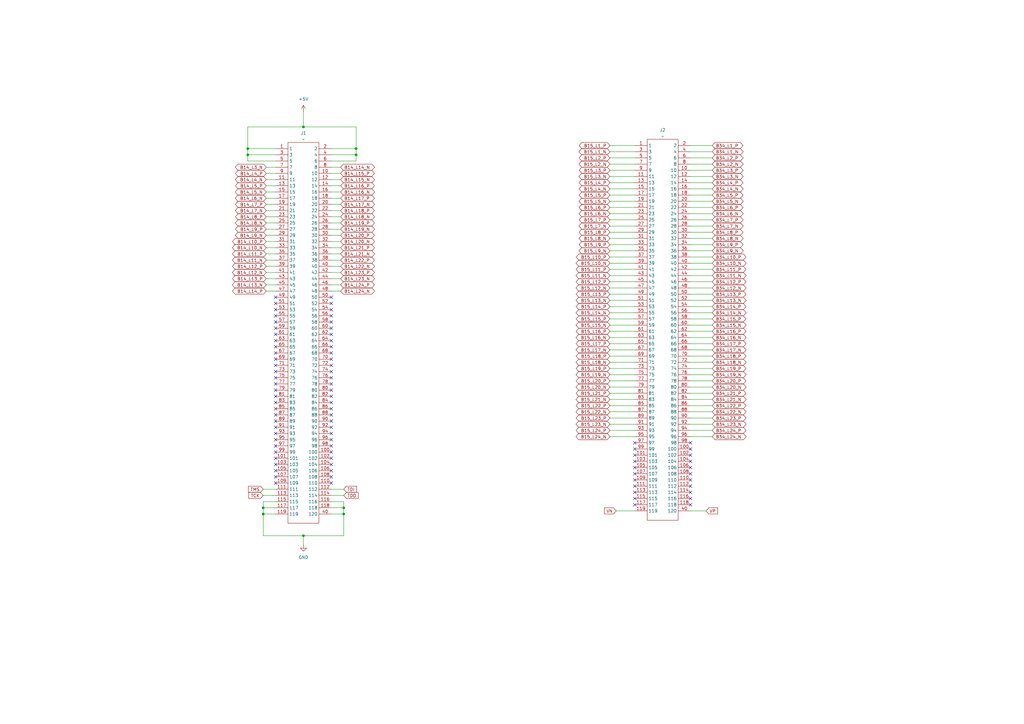
<source format=kicad_sch>
(kicad_sch (version 20231120) (generator "eeschema") (generator_version "8.0")
  (paper "A3")
  (lib_symbols
    (symbol "Panasonic_connector:AXK6A2337YG"
      (property "Reference" "J" (at -5.588 78.994 0))
      (symbol "AXK6A2337YG_0_1"
        (rectangle (start -6.35 77.47) (end 6.35 -78.74))
      )
      (symbol "AXK6A2337YG_1_1"
        (pin input line (at -11.43 74.93 0) (length 5.08) (name "1") (number "1"))
        (pin input line (at 11.43 64.77 180) (length 5.08) (name "10") (number "10"))
        (pin input line (at 11.43 -49.53 180) (length 5.08) (name "100") (number "100"))
        (pin input line (at -11.43 -52.07 0) (length 5.08) (name "101") (number "101"))
        (pin input line (at 11.43 -52.07 180) (length 5.08) (name "102") (number "102"))
        (pin input line (at -11.43 -54.61 0) (length 5.08) (name "103") (number "103"))
        (pin input line (at 11.43 -54.61 180) (length 5.08) (name "104") (number "104"))
        (pin input line (at -11.43 -57.15 0) (length 5.08) (name "105") (number "105"))
        (pin input line (at 11.43 -57.15 180) (length 5.08) (name "106") (number "106"))
        (pin input line (at -11.43 -59.69 0) (length 5.08) (name "107") (number "107"))
        (pin input line (at 11.43 -59.69 180) (length 5.08) (name "108") (number "108"))
        (pin input line (at -11.43 -62.23 0) (length 5.08) (name "109") (number "109"))
        (pin input line (at -11.43 62.23 0) (length 5.08) (name "11") (number "11"))
        (pin input line (at 11.43 -62.23 180) (length 5.08) (name "110") (number "110"))
        (pin input line (at -11.43 -64.77 0) (length 5.08) (name "111") (number "111"))
        (pin input line (at 11.43 -64.77 180) (length 5.08) (name "112") (number "112"))
        (pin input line (at -11.43 -67.31 0) (length 5.08) (name "113") (number "113"))
        (pin input line (at 11.43 -67.31 180) (length 5.08) (name "114") (number "114"))
        (pin input line (at -11.43 -69.85 0) (length 5.08) (name "115") (number "115"))
        (pin input line (at 11.43 -69.85 180) (length 5.08) (name "116") (number "116"))
        (pin input line (at -11.43 -72.39 0) (length 5.08) (name "117") (number "117"))
        (pin input line (at 11.43 -72.39 180) (length 5.08) (name "118") (number "118"))
        (pin input line (at -11.43 -74.93 0) (length 5.08) (name "119") (number "119"))
        (pin input line (at 11.43 62.23 180) (length 5.08) (name "12") (number "12"))
        (pin input line (at -11.43 59.69 0) (length 5.08) (name "13") (number "13"))
        (pin input line (at 11.43 59.69 180) (length 5.08) (name "14") (number "14"))
        (pin input line (at -11.43 57.15 0) (length 5.08) (name "15") (number "15"))
        (pin input line (at 11.43 57.15 180) (length 5.08) (name "16") (number "16"))
        (pin input line (at -11.43 54.61 0) (length 5.08) (name "17") (number "17"))
        (pin input line (at 11.43 54.61 180) (length 5.08) (name "18") (number "18"))
        (pin input line (at -11.43 52.07 0) (length 5.08) (name "19") (number "19"))
        (pin input line (at 11.43 74.93 180) (length 5.08) (name "2") (number "2"))
        (pin input line (at 11.43 52.07 180) (length 5.08) (name "20") (number "20"))
        (pin input line (at -11.43 49.53 0) (length 5.08) (name "21") (number "21"))
        (pin input line (at 11.43 49.53 180) (length 5.08) (name "22") (number "22"))
        (pin input line (at -11.43 46.99 0) (length 5.08) (name "23") (number "23"))
        (pin input line (at 11.43 46.99 180) (length 5.08) (name "24") (number "24"))
        (pin input line (at -11.43 44.45 0) (length 5.08) (name "25") (number "25"))
        (pin input line (at 11.43 44.45 180) (length 5.08) (name "26") (number "26"))
        (pin input line (at -11.43 41.91 0) (length 5.08) (name "27") (number "27"))
        (pin input line (at 11.43 41.91 180) (length 5.08) (name "28") (number "28"))
        (pin input line (at -11.43 39.37 0) (length 5.08) (name "29") (number "29"))
        (pin input line (at -11.43 72.39 0) (length 5.08) (name "3") (number "3"))
        (pin input line (at 11.43 39.37 180) (length 5.08) (name "30") (number "30"))
        (pin input line (at -11.43 36.83 0) (length 5.08) (name "31") (number "31"))
        (pin input line (at 11.43 36.83 180) (length 5.08) (name "32") (number "32"))
        (pin input line (at -11.43 34.29 0) (length 5.08) (name "33") (number "33"))
        (pin input line (at 11.43 34.29 180) (length 5.08) (name "34") (number "34"))
        (pin input line (at -11.43 31.75 0) (length 5.08) (name "35") (number "35"))
        (pin input line (at 11.43 31.75 180) (length 5.08) (name "36") (number "36"))
        (pin input line (at -11.43 29.21 0) (length 5.08) (name "37") (number "37"))
        (pin input line (at 11.43 29.21 180) (length 5.08) (name "38") (number "38"))
        (pin input line (at -11.43 26.67 0) (length 5.08) (name "39") (number "39"))
        (pin input line (at 11.43 72.39 180) (length 5.08) (name "4") (number "4"))
        (pin input line (at 11.43 -74.93 180) (length 5.08) (name "120") (number "40"))
        (pin input line (at 11.43 26.67 180) (length 5.08) (name "40") (number "40"))
        (pin input line (at -11.43 24.13 0) (length 5.08) (name "41") (number "41"))
        (pin input line (at 11.43 24.13 180) (length 5.08) (name "42") (number "42"))
        (pin input line (at -11.43 21.59 0) (length 5.08) (name "43") (number "43"))
        (pin input line (at 11.43 21.59 180) (length 5.08) (name "44") (number "44"))
        (pin input line (at -11.43 19.05 0) (length 5.08) (name "45") (number "45"))
        (pin input line (at 11.43 19.05 180) (length 5.08) (name "46") (number "46"))
        (pin input line (at -11.43 16.51 0) (length 5.08) (name "47") (number "47"))
        (pin input line (at 11.43 16.51 180) (length 5.08) (name "48") (number "48"))
        (pin input line (at -11.43 13.97 0) (length 5.08) (name "49") (number "49"))
        (pin input line (at -11.43 69.85 0) (length 5.08) (name "5") (number "5"))
        (pin input line (at 11.43 13.97 180) (length 5.08) (name "50") (number "50"))
        (pin input line (at -11.43 11.43 0) (length 5.08) (name "51") (number "51"))
        (pin input line (at 11.43 11.43 180) (length 5.08) (name "52") (number "52"))
        (pin input line (at -11.43 8.89 0) (length 5.08) (name "53") (number "53"))
        (pin input line (at 11.43 8.89 180) (length 5.08) (name "54") (number "54"))
        (pin input line (at -11.43 6.35 0) (length 5.08) (name "55") (number "55"))
        (pin input line (at 11.43 6.35 180) (length 5.08) (name "56") (number "56"))
        (pin input line (at -11.43 3.81 0) (length 5.08) (name "57") (number "57"))
        (pin input line (at 11.43 3.81 180) (length 5.08) (name "58") (number "58"))
        (pin input line (at -11.43 1.27 0) (length 5.08) (name "59") (number "59"))
        (pin input line (at 11.43 69.85 180) (length 5.08) (name "6") (number "6"))
        (pin input line (at 11.43 1.27 180) (length 5.08) (name "60") (number "60"))
        (pin input line (at -11.43 -1.27 0) (length 5.08) (name "61") (number "61"))
        (pin input line (at 11.43 -1.27 180) (length 5.08) (name "62") (number "62"))
        (pin input line (at -11.43 -3.81 0) (length 5.08) (name "63") (number "63"))
        (pin input line (at 11.43 -3.81 180) (length 5.08) (name "64") (number "64"))
        (pin input line (at -11.43 -6.35 0) (length 5.08) (name "65") (number "65"))
        (pin input line (at 11.43 -6.35 180) (length 5.08) (name "66") (number "66"))
        (pin input line (at -11.43 -8.89 0) (length 5.08) (name "67") (number "67"))
        (pin input line (at 11.43 -8.89 180) (length 5.08) (name "68") (number "68"))
        (pin input line (at -11.43 -11.43 0) (length 5.08) (name "69") (number "69"))
        (pin input line (at -11.43 67.31 0) (length 5.08) (name "7") (number "7"))
        (pin input line (at 11.43 -11.43 180) (length 5.08) (name "70") (number "70"))
        (pin input line (at -11.43 -13.97 0) (length 5.08) (name "71") (number "71"))
        (pin input line (at 11.43 -13.97 180) (length 5.08) (name "72") (number "72"))
        (pin input line (at -11.43 -16.51 0) (length 5.08) (name "73") (number "73"))
        (pin input line (at 11.43 -16.51 180) (length 5.08) (name "74") (number "74"))
        (pin input line (at -11.43 -19.05 0) (length 5.08) (name "75") (number "75"))
        (pin input line (at 11.43 -19.05 180) (length 5.08) (name "76") (number "76"))
        (pin input line (at -11.43 -21.59 0) (length 5.08) (name "77") (number "77"))
        (pin input line (at 11.43 -21.59 180) (length 5.08) (name "78") (number "78"))
        (pin input line (at -11.43 -24.13 0) (length 5.08) (name "79") (number "79"))
        (pin input line (at 11.43 67.31 180) (length 5.08) (name "8") (number "8"))
        (pin input line (at 11.43 -24.13 180) (length 5.08) (name "80") (number "80"))
        (pin input line (at -11.43 -26.67 0) (length 5.08) (name "81") (number "81"))
        (pin input line (at 11.43 -26.67 180) (length 5.08) (name "82") (number "82"))
        (pin input line (at -11.43 -29.21 0) (length 5.08) (name "83") (number "83"))
        (pin input line (at 11.43 -29.21 180) (length 5.08) (name "84") (number "84"))
        (pin input line (at -11.43 -31.75 0) (length 5.08) (name "85") (number "85"))
        (pin input line (at 11.43 -31.75 180) (length 5.08) (name "86") (number "86"))
        (pin input line (at -11.43 -34.29 0) (length 5.08) (name "87") (number "87"))
        (pin input line (at 11.43 -34.29 180) (length 5.08) (name "88") (number "88"))
        (pin input line (at -11.43 -36.83 0) (length 5.08) (name "89") (number "89"))
        (pin input line (at -11.43 64.77 0) (length 5.08) (name "9") (number "9"))
        (pin input line (at 11.43 -36.83 180) (length 5.08) (name "90") (number "90"))
        (pin input line (at -11.43 -39.37 0) (length 5.08) (name "91") (number "91"))
        (pin input line (at 11.43 -39.37 180) (length 5.08) (name "92") (number "92"))
        (pin input line (at -11.43 -41.91 0) (length 5.08) (name "93") (number "93"))
        (pin input line (at 11.43 -41.91 180) (length 5.08) (name "94") (number "94"))
        (pin input line (at -11.43 -44.45 0) (length 5.08) (name "95") (number "95"))
        (pin input line (at 11.43 -44.45 180) (length 5.08) (name "96") (number "96"))
        (pin input line (at -11.43 -46.99 0) (length 5.08) (name "97") (number "97"))
        (pin input line (at 11.43 -46.99 180) (length 5.08) (name "98") (number "98"))
        (pin input line (at -11.43 -49.53 0) (length 5.08) (name "99") (number "99"))
      )
    )
    (symbol "power:+5V" (power) (pin_numbers hide) (pin_names (offset 0) hide)
      (property "Value" "+5V" (at 0 3.556 0))
      (symbol "+5V_0_1"
        (polyline (pts (xy -0.762 1.27) (xy 0 2.54)))
        (polyline (pts (xy 0 0) (xy 0 2.54)))
        (polyline (pts (xy 0 2.54) (xy 0.762 1.27)))
      )
      (symbol "+5V_1_1"
        (pin power_in line (at 0 0 90) (length 0) (name "~") (number "1"))
      )
    )
    (symbol "power:GND" (power) (pin_numbers hide) (pin_names (offset 0) hide)
      (property "Value" "GND" (at 0 -3.81 0))
      (symbol "GND_0_1"
        (polyline (pts (xy 0 0) (xy 0 -1.27) (xy 1.27 -1.27) (xy 0 -2.54) (xy -1.27 -1.27) (xy 0 -1.27)))
      )
      (symbol "GND_1_1"
        (pin power_in line (at 0 0 270) (length 0) (name "~") (number "1"))
      )
    )
  )
  (junction (at 101.6 60.96))
  (junction (at 101.6 63.5))
  (junction (at 107.95 208.28))
  (junction (at 146.05 60.96))
  (junction (at 140.97 208.28))
  (junction (at 124.46 219.71))
  (junction (at 140.97 210.82))
  (junction (at 124.46 52.07))
  (junction (at 146.05 63.5))
  (junction (at 107.95 210.82))
  (no_connect (at 135.89 144.78))
  (no_connect (at 113.03 170.18))
  (no_connect (at 113.03 172.72))
  (no_connect (at 283.21 207.01))
  (no_connect (at 135.89 165.1))
  (no_connect (at 260.35 194.31))
  (no_connect (at 113.03 185.42))
  (no_connect (at 113.03 180.34))
  (no_connect (at 260.35 201.93))
  (no_connect (at 113.03 160.02))
  (no_connect (at 283.21 194.31))
  (no_connect (at 135.89 162.56))
  (no_connect (at 260.35 189.23))
  (no_connect (at 135.89 129.54))
  (no_connect (at 260.35 191.77))
  (no_connect (at 135.89 175.26))
  (no_connect (at 135.89 154.94))
  (no_connect (at 283.21 186.69))
  (no_connect (at 260.35 207.01))
  (no_connect (at 135.89 182.88))
  (no_connect (at 135.89 167.64))
  (no_connect (at 283.21 181.61))
  (no_connect (at 135.89 124.46))
  (no_connect (at 113.03 134.62))
  (no_connect (at 113.03 195.58))
  (no_connect (at 135.89 139.7))
  (no_connect (at 135.89 187.96))
  (no_connect (at 135.89 193.04))
  (no_connect (at 135.89 121.92))
  (no_connect (at 113.03 152.4))
  (no_connect (at 135.89 152.4))
  (no_connect (at 135.89 137.16))
  (no_connect (at 135.89 172.72))
  (no_connect (at 260.35 186.69))
  (no_connect (at 260.35 204.47))
  (no_connect (at 113.03 139.7))
  (no_connect (at 113.03 167.64))
  (no_connect (at 113.03 193.04))
  (no_connect (at 135.89 134.62))
  (no_connect (at 135.89 132.08))
  (no_connect (at 113.03 129.54))
  (no_connect (at 283.21 196.85))
  (no_connect (at 135.89 149.86))
  (no_connect (at 260.35 199.39))
  (no_connect (at 135.89 147.32))
  (no_connect (at 135.89 157.48))
  (no_connect (at 260.35 181.61))
  (no_connect (at 283.21 191.77))
  (no_connect (at 135.89 198.12))
  (no_connect (at 283.21 201.93))
  (no_connect (at 113.03 190.5))
  (no_connect (at 113.03 177.8))
  (no_connect (at 113.03 182.88))
  (no_connect (at 135.89 195.58))
  (no_connect (at 283.21 189.23))
  (no_connect (at 260.35 184.15))
  (no_connect (at 135.89 170.18))
  (no_connect (at 113.03 149.86))
  (no_connect (at 113.03 162.56))
  (no_connect (at 113.03 154.94))
  (no_connect (at 113.03 124.46))
  (no_connect (at 283.21 199.39))
  (no_connect (at 113.03 127))
  (no_connect (at 135.89 142.24))
  (no_connect (at 283.21 184.15))
  (no_connect (at 283.21 204.47))
  (no_connect (at 113.03 142.24))
  (no_connect (at 113.03 132.08))
  (no_connect (at 113.03 144.78))
  (no_connect (at 113.03 137.16))
  (no_connect (at 113.03 187.96))
  (no_connect (at 135.89 177.8))
  (no_connect (at 113.03 198.12))
  (no_connect (at 135.89 160.02))
  (no_connect (at 113.03 147.32))
  (no_connect (at 135.89 127))
  (no_connect (at 135.89 180.34))
  (no_connect (at 113.03 165.1))
  (no_connect (at 113.03 175.26))
  (no_connect (at 113.03 157.48))
  (no_connect (at 113.03 121.92))
  (no_connect (at 260.35 196.85))
  (no_connect (at 135.89 190.5))
  (no_connect (at 135.89 185.42))
  (wire (pts (xy 292.1 87.63) (xy 283.21 87.63)))
  (wire (pts (xy 250.19 158.75) (xy 260.35 158.75)))
  (wire (pts (xy 250.19 74.93) (xy 260.35 74.93)))
  (wire (pts (xy 101.6 60.96) (xy 101.6 63.5)))
  (wire (pts (xy 250.19 120.65) (xy 260.35 120.65)))
  (wire (pts (xy 124.46 219.71) (xy 124.46 223.52)))
  (wire (pts (xy 250.19 166.37) (xy 260.35 166.37)))
  (wire (pts (xy 139.7 86.36) (xy 135.89 86.36)))
  (wire (pts (xy 139.7 71.12) (xy 135.89 71.12)))
  (wire (pts (xy 292.1 118.11) (xy 283.21 118.11)))
  (wire (pts (xy 146.05 52.07) (xy 124.46 52.07)))
  (wire (pts (xy 139.7 99.06) (xy 135.89 99.06)))
  (wire (pts (xy 292.1 115.57) (xy 283.21 115.57)))
  (wire (pts (xy 250.19 87.63) (xy 260.35 87.63)))
  (wire (pts (xy 250.19 102.87) (xy 260.35 102.87)))
  (wire (pts (xy 107.95 208.28) (xy 113.03 208.28)))
  (wire (pts (xy 292.1 161.29) (xy 283.21 161.29)))
  (wire (pts (xy 292.1 59.69) (xy 283.21 59.69)))
  (wire (pts (xy 146.05 66.04) (xy 146.05 63.5)))
  (wire (pts (xy 292.1 95.25) (xy 283.21 95.25)))
  (wire (pts (xy 292.1 130.81) (xy 283.21 130.81)))
  (wire (pts (xy 109.22 109.22) (xy 113.03 109.22)))
  (wire (pts (xy 140.97 208.28) (xy 140.97 210.82)))
  (wire (pts (xy 250.19 138.43) (xy 260.35 138.43)))
  (wire (pts (xy 292.1 168.91) (xy 283.21 168.91)))
  (wire (pts (xy 250.19 90.17) (xy 260.35 90.17)))
  (wire (pts (xy 140.97 205.74) (xy 140.97 208.28)))
  (wire (pts (xy 292.1 113.03) (xy 283.21 113.03)))
  (wire (pts (xy 109.22 78.74) (xy 113.03 78.74)))
  (wire (pts (xy 101.6 60.96) (xy 113.03 60.96)))
  (wire (pts (xy 109.22 93.98) (xy 113.03 93.98)))
  (wire (pts (xy 250.19 85.09) (xy 260.35 85.09)))
  (wire (pts (xy 292.1 151.13) (xy 283.21 151.13)))
  (wire (pts (xy 109.22 116.84) (xy 113.03 116.84)))
  (wire (pts (xy 292.1 72.39) (xy 283.21 72.39)))
  (wire (pts (xy 292.1 163.83) (xy 283.21 163.83)))
  (wire (pts (xy 140.97 210.82) (xy 140.97 219.71)))
  (wire (pts (xy 250.19 95.25) (xy 260.35 95.25)))
  (wire (pts (xy 292.1 123.19) (xy 283.21 123.19)))
  (wire (pts (xy 107.95 200.66) (xy 113.03 200.66)))
  (wire (pts (xy 109.22 99.06) (xy 113.03 99.06)))
  (wire (pts (xy 292.1 143.51) (xy 283.21 143.51)))
  (wire (pts (xy 101.6 60.96) (xy 101.6 52.07)))
  (wire (pts (xy 292.1 77.47) (xy 283.21 77.47)))
  (wire (pts (xy 250.19 62.23) (xy 260.35 62.23)))
  (wire (pts (xy 292.1 128.27) (xy 283.21 128.27)))
  (wire (pts (xy 250.19 130.81) (xy 260.35 130.81)))
  (wire (pts (xy 292.1 100.33) (xy 283.21 100.33)))
  (wire (pts (xy 292.1 153.67) (xy 283.21 153.67)))
  (wire (pts (xy 292.1 105.41) (xy 283.21 105.41)))
  (wire (pts (xy 107.95 219.71) (xy 124.46 219.71)))
  (wire (pts (xy 107.95 205.74) (xy 107.95 208.28)))
  (wire (pts (xy 139.7 91.44) (xy 135.89 91.44)))
  (wire (pts (xy 250.19 176.53) (xy 260.35 176.53)))
  (wire (pts (xy 109.22 81.28) (xy 113.03 81.28)))
  (wire (pts (xy 250.19 179.07) (xy 260.35 179.07)))
  (wire (pts (xy 292.1 80.01) (xy 283.21 80.01)))
  (wire (pts (xy 109.22 83.82) (xy 113.03 83.82)))
  (wire (pts (xy 139.7 111.76) (xy 135.89 111.76)))
  (wire (pts (xy 139.7 96.52) (xy 135.89 96.52)))
  (wire (pts (xy 139.7 68.58) (xy 135.89 68.58)))
  (wire (pts (xy 292.1 67.31) (xy 283.21 67.31)))
  (wire (pts (xy 140.97 219.71) (xy 124.46 219.71)))
  (wire (pts (xy 109.22 114.3) (xy 113.03 114.3)))
  (wire (pts (xy 250.19 97.79) (xy 260.35 97.79)))
  (wire (pts (xy 292.1 82.55) (xy 283.21 82.55)))
  (wire (pts (xy 250.19 156.21) (xy 260.35 156.21)))
  (wire (pts (xy 292.1 85.09) (xy 283.21 85.09)))
  (wire (pts (xy 101.6 52.07) (xy 124.46 52.07)))
  (wire (pts (xy 250.19 151.13) (xy 260.35 151.13)))
  (wire (pts (xy 250.19 168.91) (xy 260.35 168.91)))
  (wire (pts (xy 250.19 92.71) (xy 260.35 92.71)))
  (wire (pts (xy 292.1 156.21) (xy 283.21 156.21)))
  (wire (pts (xy 109.22 104.14) (xy 113.03 104.14)))
  (wire (pts (xy 289.56 209.55) (xy 283.21 209.55)))
  (wire (pts (xy 113.03 205.74) (xy 107.95 205.74)))
  (wire (pts (xy 292.1 138.43) (xy 283.21 138.43)))
  (wire (pts (xy 292.1 90.17) (xy 283.21 90.17)))
  (wire (pts (xy 109.22 86.36) (xy 113.03 86.36)))
  (wire (pts (xy 139.7 81.28) (xy 135.89 81.28)))
  (wire (pts (xy 139.7 76.2) (xy 135.89 76.2)))
  (wire (pts (xy 292.1 97.79) (xy 283.21 97.79)))
  (wire (pts (xy 292.1 146.05) (xy 283.21 146.05)))
  (wire (pts (xy 250.19 110.49) (xy 260.35 110.49)))
  (wire (pts (xy 107.95 210.82) (xy 113.03 210.82)))
  (wire (pts (xy 139.7 73.66) (xy 135.89 73.66)))
  (wire (pts (xy 250.19 163.83) (xy 260.35 163.83)))
  (wire (pts (xy 250.19 72.39) (xy 260.35 72.39)))
  (wire (pts (xy 292.1 148.59) (xy 283.21 148.59)))
  (wire (pts (xy 292.1 133.35) (xy 283.21 133.35)))
  (wire (pts (xy 250.19 80.01) (xy 260.35 80.01)))
  (wire (pts (xy 139.7 88.9) (xy 135.89 88.9)))
  (wire (pts (xy 292.1 110.49) (xy 283.21 110.49)))
  (wire (pts (xy 109.22 68.58) (xy 113.03 68.58)))
  (wire (pts (xy 139.7 83.82) (xy 135.89 83.82)))
  (wire (pts (xy 292.1 176.53) (xy 283.21 176.53)))
  (wire (pts (xy 252.73 209.55) (xy 260.35 209.55)))
  (wire (pts (xy 250.19 140.97) (xy 260.35 140.97)))
  (wire (pts (xy 292.1 125.73) (xy 283.21 125.73)))
  (wire (pts (xy 250.19 123.19) (xy 260.35 123.19)))
  (wire (pts (xy 292.1 158.75) (xy 283.21 158.75)))
  (wire (pts (xy 109.22 119.38) (xy 113.03 119.38)))
  (wire (pts (xy 139.7 101.6) (xy 135.89 101.6)))
  (wire (pts (xy 109.22 73.66) (xy 113.03 73.66)))
  (wire (pts (xy 139.7 114.3) (xy 135.89 114.3)))
  (wire (pts (xy 250.19 146.05) (xy 260.35 146.05)))
  (wire (pts (xy 292.1 140.97) (xy 283.21 140.97)))
  (wire (pts (xy 292.1 74.93) (xy 283.21 74.93)))
  (wire (pts (xy 113.03 66.04) (xy 101.6 66.04)))
  (wire (pts (xy 124.46 52.07) (xy 124.46 45.72)))
  (wire (pts (xy 250.19 100.33) (xy 260.35 100.33)))
  (wire (pts (xy 250.19 82.55) (xy 260.35 82.55)))
  (wire (pts (xy 139.7 119.38) (xy 135.89 119.38)))
  (wire (pts (xy 109.22 71.12) (xy 113.03 71.12)))
  (wire (pts (xy 250.19 173.99) (xy 260.35 173.99)))
  (wire (pts (xy 292.1 166.37) (xy 283.21 166.37)))
  (wire (pts (xy 292.1 171.45) (xy 283.21 171.45)))
  (wire (pts (xy 250.19 118.11) (xy 260.35 118.11)))
  (wire (pts (xy 250.19 64.77) (xy 260.35 64.77)))
  (wire (pts (xy 135.89 210.82) (xy 140.97 210.82)))
  (wire (pts (xy 101.6 63.5) (xy 101.6 66.04)))
  (wire (pts (xy 292.1 179.07) (xy 283.21 179.07)))
  (wire (pts (xy 109.22 88.9) (xy 113.03 88.9)))
  (wire (pts (xy 250.19 128.27) (xy 260.35 128.27)))
  (wire (pts (xy 250.19 59.69) (xy 260.35 59.69)))
  (wire (pts (xy 292.1 173.99) (xy 283.21 173.99)))
  (wire (pts (xy 139.7 104.14) (xy 135.89 104.14)))
  (wire (pts (xy 250.19 148.59) (xy 260.35 148.59)))
  (wire (pts (xy 107.95 203.2) (xy 113.03 203.2)))
  (wire (pts (xy 140.97 203.2) (xy 135.89 203.2)))
  (wire (pts (xy 139.7 78.74) (xy 135.89 78.74)))
  (wire (pts (xy 292.1 107.95) (xy 283.21 107.95)))
  (wire (pts (xy 292.1 69.85) (xy 283.21 69.85)))
  (wire (pts (xy 135.89 60.96) (xy 146.05 60.96)))
  (wire (pts (xy 250.19 105.41) (xy 260.35 105.41)))
  (wire (pts (xy 135.89 63.5) (xy 146.05 63.5)))
  (wire (pts (xy 250.19 161.29) (xy 260.35 161.29)))
  (wire (pts (xy 109.22 111.76) (xy 113.03 111.76)))
  (wire (pts (xy 109.22 91.44) (xy 113.03 91.44)))
  (wire (pts (xy 135.89 208.28) (xy 140.97 208.28)))
  (wire (pts (xy 292.1 64.77) (xy 283.21 64.77)))
  (wire (pts (xy 146.05 60.96) (xy 146.05 52.07)))
  (wire (pts (xy 135.89 66.04) (xy 146.05 66.04)))
  (wire (pts (xy 250.19 125.73) (xy 260.35 125.73)))
  (wire (pts (xy 139.7 109.22) (xy 135.89 109.22)))
  (wire (pts (xy 292.1 62.23) (xy 283.21 62.23)))
  (wire (pts (xy 292.1 102.87) (xy 283.21 102.87)))
  (wire (pts (xy 250.19 67.31) (xy 260.35 67.31)))
  (wire (pts (xy 292.1 135.89) (xy 283.21 135.89)))
  (wire (pts (xy 139.7 116.84) (xy 135.89 116.84)))
  (wire (pts (xy 250.19 135.89) (xy 260.35 135.89)))
  (wire (pts (xy 135.89 205.74) (xy 140.97 205.74)))
  (wire (pts (xy 109.22 96.52) (xy 113.03 96.52)))
  (wire (pts (xy 139.7 106.68) (xy 135.89 106.68)))
  (wire (pts (xy 250.19 153.67) (xy 260.35 153.67)))
  (wire (pts (xy 140.97 200.66) (xy 135.89 200.66)))
  (wire (pts (xy 250.19 133.35) (xy 260.35 133.35)))
  (wire (pts (xy 107.95 208.28) (xy 107.95 210.82)))
  (wire (pts (xy 250.19 143.51) (xy 260.35 143.51)))
  (wire (pts (xy 113.03 63.5) (xy 101.6 63.5)))
  (wire (pts (xy 107.95 210.82) (xy 107.95 219.71)))
  (wire (pts (xy 109.22 101.6) (xy 113.03 101.6)))
  (wire (pts (xy 250.19 171.45) (xy 260.35 171.45)))
  (wire (pts (xy 250.19 115.57) (xy 260.35 115.57)))
  (wire (pts (xy 292.1 120.65) (xy 283.21 120.65)))
  (wire (pts (xy 250.19 69.85) (xy 260.35 69.85)))
  (wire (pts (xy 146.05 63.5) (xy 146.05 60.96)))
  (wire (pts (xy 139.7 93.98) (xy 135.89 93.98)))
  (wire (pts (xy 292.1 92.71) (xy 283.21 92.71)))
  (wire (pts (xy 109.22 106.68) (xy 113.03 106.68)))
  (wire (pts (xy 250.19 77.47) (xy 260.35 77.47)))
  (wire (pts (xy 250.19 113.03) (xy 260.35 113.03)))
  (wire (pts (xy 109.22 76.2) (xy 113.03 76.2)))
  (wire (pts (xy 250.19 107.95) (xy 260.35 107.95)))
  (global_label "B14_L15_P" (shape bidirectional) (at 139.7 71.12 0) (property "Intersheetrefs" "${INTERSHEET_REFS}" (effects (hide yes))))
  (global_label "B14_L18_N" (shape bidirectional) (at 139.7 88.9 0) (property "Intersheetrefs" "${INTERSHEET_REFS}" (effects (hide yes))))
  (global_label "B34_L3_N" (shape bidirectional) (at 292.1 72.39 0) (property "Intersheetrefs" "${INTERSHEET_REFS}" (effects (hide yes))))
  (global_label "B15_L23_P" (shape bidirectional) (at 250.19 171.45 180) (property "Intersheetrefs" "${INTERSHEET_REFS}" (effects (hide yes))))
  (global_label "B15_L12_N" (shape bidirectional) (at 250.19 118.11 180) (property "Intersheetrefs" "${INTERSHEET_REFS}" (effects (hide yes))))
  (global_label "B34_L10_P" (shape bidirectional) (at 292.1 105.41 0) (property "Intersheetrefs" "${INTERSHEET_REFS}" (effects (hide yes))))
  (global_label "B15_L19_N" (shape bidirectional) (at 250.19 153.67 180) (property "Intersheetrefs" "${INTERSHEET_REFS}" (effects (hide yes))))
  (global_label "B34_L15_N" (shape bidirectional) (at 292.1 133.35 0) (property "Intersheetrefs" "${INTERSHEET_REFS}" (effects (hide yes))))
  (global_label "B14_L10_P" (shape bidirectional) (at 109.22 99.06 180) (property "Intersheetrefs" "${INTERSHEET_REFS}" (effects (hide yes))))
  (global_label "B15_L7_N" (shape bidirectional) (at 250.19 92.71 180) (property "Intersheetrefs" "${INTERSHEET_REFS}" (effects (hide yes))))
  (global_label "B14_L3_N" (shape bidirectional) (at 109.22 68.58 180) (property "Intersheetrefs" "${INTERSHEET_REFS}" (effects (hide yes))))
  (global_label "B15_L17_P" (shape bidirectional) (at 250.19 140.97 180) (property "Intersheetrefs" "${INTERSHEET_REFS}" (effects (hide yes))))
  (global_label "B15_L1_N" (shape bidirectional) (at 250.19 62.23 180) (property "Intersheetrefs" "${INTERSHEET_REFS}" (effects (hide yes))))
  (global_label "B15_L6_P" (shape bidirectional) (at 250.19 85.09 180) (property "Intersheetrefs" "${INTERSHEET_REFS}" (effects (hide yes))))
  (global_label "B15_L24_P" (shape bidirectional) (at 250.19 176.53 180) (property "Intersheetrefs" "${INTERSHEET_REFS}" (effects (hide yes))))
  (global_label "B14_L6_N" (shape bidirectional) (at 109.22 81.28 180) (property "Intersheetrefs" "${INTERSHEET_REFS}" (effects (hide yes))))
  (global_label "B34_L22_N" (shape bidirectional) (at 292.1 168.91 0) (property "Intersheetrefs" "${INTERSHEET_REFS}" (effects (hide yes))))
  (global_label "B14_L19_N" (shape bidirectional) (at 139.7 93.98 0) (property "Intersheetrefs" "${INTERSHEET_REFS}" (effects (hide yes))))
  (global_label "B14_L21_N" (shape bidirectional) (at 139.7 104.14 0) (property "Intersheetrefs" "${INTERSHEET_REFS}" (effects (hide yes))))
  (global_label "B34_L1_N" (shape bidirectional) (at 292.1 62.23 0) (property "Intersheetrefs" "${INTERSHEET_REFS}" (effects (hide yes))))
  (global_label "B15_L12_P" (shape bidirectional) (at 250.19 115.57 180) (property "Intersheetrefs" "${INTERSHEET_REFS}" (effects (hide yes))))
  (global_label "B15_L13_N" (shape bidirectional) (at 250.19 123.19 180) (property "Intersheetrefs" "${INTERSHEET_REFS}" (effects (hide yes))))
  (global_label "B15_L23_N" (shape bidirectional) (at 250.19 173.99 180) (property "Intersheetrefs" "${INTERSHEET_REFS}" (effects (hide yes))))
  (global_label "B15_L9_P" (shape bidirectional) (at 250.19 100.33 180) (property "Intersheetrefs" "${INTERSHEET_REFS}" (effects (hide yes))))
  (global_label "B15_L4_N" (shape bidirectional) (at 250.19 77.47 180) (property "Intersheetrefs" "${INTERSHEET_REFS}" (effects (hide yes))))
  (global_label "B34_L11_N" (shape bidirectional) (at 292.1 113.03 0) (property "Intersheetrefs" "${INTERSHEET_REFS}" (effects (hide yes))))
  (global_label "B15_L13_P" (shape bidirectional) (at 250.19 120.65 180) (property "Intersheetrefs" "${INTERSHEET_REFS}" (effects (hide yes))))
  (global_label "B15_L5_P" (shape bidirectional) (at 250.19 80.01 180) (property "Intersheetrefs" "${INTERSHEET_REFS}" (effects (hide yes))))
  (global_label "B14_L7_N" (shape bidirectional) (at 109.22 86.36 180) (property "Intersheetrefs" "${INTERSHEET_REFS}" (effects (hide yes))))
  (global_label "B15_L22_P" (shape bidirectional) (at 250.19 166.37 180) (property "Intersheetrefs" "${INTERSHEET_REFS}" (effects (hide yes))))
  (global_label "B34_L5_N" (shape bidirectional) (at 292.1 82.55 0) (property "Intersheetrefs" "${INTERSHEET_REFS}" (effects (hide yes))))
  (global_label "B34_L17_N" (shape bidirectional) (at 292.1 143.51 0) (property "Intersheetrefs" "${INTERSHEET_REFS}" (effects (hide yes))))
  (global_label "B34_L7_P" (shape bidirectional) (at 292.1 90.17 0) (property "Intersheetrefs" "${INTERSHEET_REFS}" (effects (hide yes))))
  (global_label "B34_L12_N" (shape bidirectional) (at 292.1 118.11 0) (property "Intersheetrefs" "${INTERSHEET_REFS}" (effects (hide yes))))
  (global_label "B14_L23_N" (shape bidirectional) (at 139.7 114.3 0) (property "Intersheetrefs" "${INTERSHEET_REFS}" (effects (hide yes))))
  (global_label "B34_L2_P" (shape bidirectional) (at 292.1 64.77 0) (property "Intersheetrefs" "${INTERSHEET_REFS}" (effects (hide yes))))
  (global_label "B34_L13_P" (shape bidirectional) (at 292.1 120.65 0) (property "Intersheetrefs" "${INTERSHEET_REFS}" (effects (hide yes))))
  (global_label "B15_L18_N" (shape bidirectional) (at 250.19 148.59 180) (property "Intersheetrefs" "${INTERSHEET_REFS}" (effects (hide yes))))
  (global_label "B34_L22_P" (shape bidirectional) (at 292.1 166.37 0) (property "Intersheetrefs" "${INTERSHEET_REFS}" (effects (hide yes))))
  (global_label "B34_L21_P" (shape bidirectional) (at 292.1 161.29 0) (property "Intersheetrefs" "${INTERSHEET_REFS}" (effects (hide yes))))
  (global_label "B14_L16_N" (shape bidirectional) (at 139.7 78.74 0) (property "Intersheetrefs" "${INTERSHEET_REFS}" (effects (hide yes))))
  (global_label "B15_L18_P" (shape bidirectional) (at 250.19 146.05 180) (property "Intersheetrefs" "${INTERSHEET_REFS}" (effects (hide yes))))
  (global_label "B15_L16_P" (shape bidirectional) (at 250.19 135.89 180) (property "Intersheetrefs" "${INTERSHEET_REFS}" (effects (hide yes))))
  (global_label "B15_L7_P" (shape bidirectional) (at 250.19 90.17 180) (property "Intersheetrefs" "${INTERSHEET_REFS}" (effects (hide yes))))
  (global_label "B14_L16_P" (shape bidirectional) (at 139.7 76.2 0) (property "Intersheetrefs" "${INTERSHEET_REFS}" (effects (hide yes))))
  (global_label "B14_L9_P" (shape bidirectional) (at 109.22 93.98 180) (property "Intersheetrefs" "${INTERSHEET_REFS}" (effects (hide yes))))
  (global_label "B15_L24_N" (shape bidirectional) (at 250.19 179.07 180) (property "Intersheetrefs" "${INTERSHEET_REFS}" (effects (hide yes))))
  (global_label "B15_L2_P" (shape bidirectional) (at 250.19 64.77 180) (property "Intersheetrefs" "${INTERSHEET_REFS}" (effects (hide yes))))
  (global_label "B14_L9_N" (shape bidirectional) (at 109.22 96.52 180) (property "Intersheetrefs" "${INTERSHEET_REFS}" (effects (hide yes))))
  (global_label "B15_L11_N" (shape bidirectional) (at 250.19 113.03 180) (property "Intersheetrefs" "${INTERSHEET_REFS}" (effects (hide yes))))
  (global_label "B14_L12_P" (shape bidirectional) (at 109.22 109.22 180) (property "Intersheetrefs" "${INTERSHEET_REFS}" (effects (hide yes))))
  (global_label "B34_L14_N" (shape bidirectional) (at 292.1 128.27 0) (property "Intersheetrefs" "${INTERSHEET_REFS}" (effects (hide yes))))
  (global_label "B15_L6_N" (shape bidirectional) (at 250.19 87.63 180) (property "Intersheetrefs" "${INTERSHEET_REFS}" (effects (hide yes))))
  (global_label "B15_L15_P" (shape bidirectional) (at 250.19 130.81 180) (property "Intersheetrefs" "${INTERSHEET_REFS}" (effects (hide yes))))
  (global_label "TMS" (shape input) (at 107.95 200.66 180) (property "Intersheetrefs" "${INTERSHEET_REFS}" (effects (hide yes))))
  (global_label "B14_L11_N" (shape bidirectional) (at 109.22 106.68 180) (property "Intersheetrefs" "${INTERSHEET_REFS}" (effects (hide yes))))
  (global_label "B15_L21_N" (shape bidirectional) (at 250.19 163.83 180) (property "Intersheetrefs" "${INTERSHEET_REFS}" (effects (hide yes))))
  (global_label "B15_L1_P" (shape bidirectional) (at 250.19 59.69 180) (property "Intersheetrefs" "${INTERSHEET_REFS}" (effects (hide yes))))
  (global_label "B14_L18_P" (shape bidirectional) (at 139.7 86.36 0) (property "Intersheetrefs" "${INTERSHEET_REFS}" (effects (hide yes))))
  (global_label "B34_L23_N" (shape bidirectional) (at 292.1 173.99 0) (property "Intersheetrefs" "${INTERSHEET_REFS}" (effects (hide yes))))
  (global_label "B14_L11_P" (shape bidirectional) (at 109.22 104.14 180) (property "Intersheetrefs" "${INTERSHEET_REFS}" (effects (hide yes))))
  (global_label "B34_L5_P" (shape bidirectional) (at 292.1 80.01 0) (property "Intersheetrefs" "${INTERSHEET_REFS}" (effects (hide yes))))
  (global_label "B34_L16_P" (shape bidirectional) (at 292.1 135.89 0) (property "Intersheetrefs" "${INTERSHEET_REFS}" (effects (hide yes))))
  (global_label "B34_L11_P" (shape bidirectional) (at 292.1 110.49 0) (property "Intersheetrefs" "${INTERSHEET_REFS}" (effects (hide yes))))
  (global_label "B14_L5_N" (shape bidirectional) (at 109.22 78.74 180) (property "Intersheetrefs" "${INTERSHEET_REFS}" (effects (hide yes))))
  (global_label "B34_L4_P" (shape bidirectional) (at 292.1 74.93 0) (property "Intersheetrefs" "${INTERSHEET_REFS}" (effects (hide yes))))
  (global_label "B34_L18_N" (shape bidirectional) (at 292.1 148.59 0) (property "Intersheetrefs" "${INTERSHEET_REFS}" (effects (hide yes))))
  (global_label "B14_L17_N" (shape bidirectional) (at 139.7 83.82 0) (property "Intersheetrefs" "${INTERSHEET_REFS}" (effects (hide yes))))
  (global_label "B34_L20_P" (shape bidirectional) (at 292.1 156.21 0) (property "Intersheetrefs" "${INTERSHEET_REFS}" (effects (hide yes))))
  (global_label "TDI" (shape input) (at 140.97 200.66 0) (property "Intersheetrefs" "${INTERSHEET_REFS}" (effects (hide yes))))
  (global_label "B15_L8_N" (shape bidirectional) (at 250.19 97.79 180) (property "Intersheetrefs" "${INTERSHEET_REFS}" (effects (hide yes))))
  (global_label "B14_L4_P" (shape bidirectional) (at 109.22 71.12 180) (property "Intersheetrefs" "${INTERSHEET_REFS}" (effects (hide yes))))
  (global_label "B14_L23_P" (shape bidirectional) (at 139.7 111.76 0) (property "Intersheetrefs" "${INTERSHEET_REFS}" (effects (hide yes))))
  (global_label "B15_L10_P" (shape bidirectional) (at 250.19 105.41 180) (property "Intersheetrefs" "${INTERSHEET_REFS}" (effects (hide yes))))
  (global_label "B34_L16_N" (shape bidirectional) (at 292.1 138.43 0) (property "Intersheetrefs" "${INTERSHEET_REFS}" (effects (hide yes))))
  (global_label "B14_L20_N" (shape bidirectional) (at 139.7 99.06 0) (property "Intersheetrefs" "${INTERSHEET_REFS}" (effects (hide yes))))
  (global_label "B14_L13_P" (shape bidirectional) (at 109.22 114.3 180) (property "Intersheetrefs" "${INTERSHEET_REFS}" (effects (hide yes))))
  (global_label "B14_L8_P" (shape bidirectional) (at 109.22 88.9 180) (property "Intersheetrefs" "${INTERSHEET_REFS}" (effects (hide yes))))
  (global_label "B14_L8_N" (shape bidirectional) (at 109.22 91.44 180) (property "Intersheetrefs" "${INTERSHEET_REFS}" (effects (hide yes))))
  (global_label "B34_L2_N" (shape bidirectional) (at 292.1 67.31 0) (property "Intersheetrefs" "${INTERSHEET_REFS}" (effects (hide yes))))
  (global_label "B15_L4_P" (shape bidirectional) (at 250.19 74.93 180) (property "Intersheetrefs" "${INTERSHEET_REFS}" (effects (hide yes))))
  (global_label "B15_L14_N" (shape bidirectional) (at 250.19 128.27 180) (property "Intersheetrefs" "${INTERSHEET_REFS}" (effects (hide yes))))
  (global_label "B34_L20_N" (shape bidirectional) (at 292.1 158.75 0) (property "Intersheetrefs" "${INTERSHEET_REFS}" (effects (hide yes))))
  (global_label "B34_L14_P" (shape bidirectional) (at 292.1 125.73 0) (property "Intersheetrefs" "${INTERSHEET_REFS}" (effects (hide yes))))
  (global_label "B15_L8_P" (shape bidirectional) (at 250.19 95.25 180) (property "Intersheetrefs" "${INTERSHEET_REFS}" (effects (hide yes))))
  (global_label "B15_L22_N" (shape bidirectional) (at 250.19 168.91 180) (property "Intersheetrefs" "${INTERSHEET_REFS}" (effects (hide yes))))
  (global_label "B14_L15_N" (shape bidirectional) (at 139.7 73.66 0) (property "Intersheetrefs" "${INTERSHEET_REFS}" (effects (hide yes))))
  (global_label "B15_L3_P" (shape bidirectional) (at 250.19 69.85 180) (property "Intersheetrefs" "${INTERSHEET_REFS}" (effects (hide yes))))
  (global_label "B15_L9_N" (shape bidirectional) (at 250.19 102.87 180) (property "Intersheetrefs" "${INTERSHEET_REFS}" (effects (hide yes))))
  (global_label "B34_L19_P" (shape bidirectional) (at 292.1 151.13 0) (property "Intersheetrefs" "${INTERSHEET_REFS}" (effects (hide yes))))
  (global_label "B15_L10_N" (shape bidirectional) (at 250.19 107.95 180) (property "Intersheetrefs" "${INTERSHEET_REFS}" (effects (hide yes))))
  (global_label "B15_L16_N" (shape bidirectional) (at 250.19 138.43 180) (property "Intersheetrefs" "${INTERSHEET_REFS}" (effects (hide yes))))
  (global_label "B34_L18_P" (shape bidirectional) (at 292.1 146.05 0) (property "Intersheetrefs" "${INTERSHEET_REFS}" (effects (hide yes))))
  (global_label "B14_L13_N" (shape bidirectional) (at 109.22 116.84 180) (property "Intersheetrefs" "${INTERSHEET_REFS}" (effects (hide yes))))
  (global_label "B34_L6_N" (shape bidirectional) (at 292.1 87.63 0) (property "Intersheetrefs" "${INTERSHEET_REFS}" (effects (hide yes))))
  (global_label "B34_L17_P" (shape bidirectional) (at 292.1 140.97 0) (property "Intersheetrefs" "${INTERSHEET_REFS}" (effects (hide yes))))
  (global_label "B34_L1_P" (shape bidirectional) (at 292.1 59.69 0) (property "Intersheetrefs" "${INTERSHEET_REFS}" (effects (hide yes))))
  (global_label "B34_L8_P" (shape bidirectional) (at 292.1 95.25 0) (property "Intersheetrefs" "${INTERSHEET_REFS}" (effects (hide yes))))
  (global_label "B14_L22_N" (shape bidirectional) (at 139.7 109.22 0) (property "Intersheetrefs" "${INTERSHEET_REFS}" (effects (hide yes))))
  (global_label "B15_L15_N" (shape bidirectional) (at 250.19 133.35 180) (property "Intersheetrefs" "${INTERSHEET_REFS}" (effects (hide yes))))
  (global_label "B14_L24_P" (shape bidirectional) (at 139.7 116.84 0) (property "Intersheetrefs" "${INTERSHEET_REFS}" (effects (hide yes))))
  (global_label "B34_L8_N" (shape bidirectional) (at 292.1 97.79 0) (property "Intersheetrefs" "${INTERSHEET_REFS}" (effects (hide yes))))
  (global_label "B14_L4_N" (shape bidirectional) (at 109.22 73.66 180) (property "Intersheetrefs" "${INTERSHEET_REFS}" (effects (hide yes))))
  (global_label "B34_L19_N" (shape bidirectional) (at 292.1 153.67 0) (property "Intersheetrefs" "${INTERSHEET_REFS}" (effects (hide yes))))
  (global_label "B14_L19_P" (shape bidirectional) (at 139.7 91.44 0) (property "Intersheetrefs" "${INTERSHEET_REFS}" (effects (hide yes))))
  (global_label "TCK" (shape input) (at 107.95 203.2 180) (property "Intersheetrefs" "${INTERSHEET_REFS}" (effects (hide yes))))
  (global_label "VN" (shape input) (at 252.73 209.55 180) (property "Intersheetrefs" "${INTERSHEET_REFS}" (effects (hide yes))))
  (global_label "B14_L24_N" (shape bidirectional) (at 139.7 119.38 0) (property "Intersheetrefs" "${INTERSHEET_REFS}" (effects (hide yes))))
  (global_label "B15_L20_P" (shape bidirectional) (at 250.19 156.21 180) (property "Intersheetrefs" "${INTERSHEET_REFS}" (effects (hide yes))))
  (global_label "B15_L17_N" (shape bidirectional) (at 250.19 143.51 180) (property "Intersheetrefs" "${INTERSHEET_REFS}" (effects (hide yes))))
  (global_label "B15_L20_N" (shape bidirectional) (at 250.19 158.75 180) (property "Intersheetrefs" "${INTERSHEET_REFS}" (effects (hide yes))))
  (global_label "B15_L14_P" (shape bidirectional) (at 250.19 125.73 180) (property "Intersheetrefs" "${INTERSHEET_REFS}" (effects (hide yes))))
  (global_label "B15_L5_N" (shape bidirectional) (at 250.19 82.55 180) (property "Intersheetrefs" "${INTERSHEET_REFS}" (effects (hide yes))))
  (global_label "B34_L24_N" (shape bidirectional) (at 292.1 179.07 0) (property "Intersheetrefs" "${INTERSHEET_REFS}" (effects (hide yes))))
  (global_label "B15_L11_P" (shape bidirectional) (at 250.19 110.49 180) (property "Intersheetrefs" "${INTERSHEET_REFS}" (effects (hide yes))))
  (global_label "B34_L3_P" (shape bidirectional) (at 292.1 69.85 0) (property "Intersheetrefs" "${INTERSHEET_REFS}" (effects (hide yes))))
  (global_label "B34_L6_P" (shape bidirectional) (at 292.1 85.09 0) (property "Intersheetrefs" "${INTERSHEET_REFS}" (effects (hide yes))))
  (global_label "B34_L13_N" (shape bidirectional) (at 292.1 123.19 0) (property "Intersheetrefs" "${INTERSHEET_REFS}" (effects (hide yes))))
  (global_label "B14_L10_N" (shape bidirectional) (at 109.22 101.6 180) (property "Intersheetrefs" "${INTERSHEET_REFS}" (effects (hide yes))))
  (global_label "B34_L10_N" (shape bidirectional) (at 292.1 107.95 0) (property "Intersheetrefs" "${INTERSHEET_REFS}" (effects (hide yes))))
  (global_label "B34_L12_P" (shape bidirectional) (at 292.1 115.57 0) (property "Intersheetrefs" "${INTERSHEET_REFS}" (effects (hide yes))))
  (global_label "B14_L7_P" (shape bidirectional) (at 109.22 83.82 180) (property "Intersheetrefs" "${INTERSHEET_REFS}" (effects (hide yes))))
  (global_label "B15_L21_P" (shape bidirectional) (at 250.19 161.29 180) (property "Intersheetrefs" "${INTERSHEET_REFS}" (effects (hide yes))))
  (global_label "B34_L15_P" (shape bidirectional) (at 292.1 130.81 0) (property "Intersheetrefs" "${INTERSHEET_REFS}" (effects (hide yes))))
  (global_label "B14_L20_P" (shape bidirectional) (at 139.7 96.52 0) (property "Intersheetrefs" "${INTERSHEET_REFS}" (effects (hide yes))))
  (global_label "B14_L14_P" (shape bidirectional) (at 109.22 119.38 180) (property "Intersheetrefs" "${INTERSHEET_REFS}" (effects (hide yes))))
  (global_label "B34_L21_N" (shape bidirectional) (at 292.1 163.83 0) (property "Intersheetrefs" "${INTERSHEET_REFS}" (effects (hide yes))))
  (global_label "B14_L5_P" (shape bidirectional) (at 109.22 76.2 180) (property "Intersheetrefs" "${INTERSHEET_REFS}" (effects (hide yes))))
  (global_label "B14_L22_P" (shape bidirectional) (at 139.7 106.68 0) (property "Intersheetrefs" "${INTERSHEET_REFS}" (effects (hide yes))))
  (global_label "B34_L7_N" (shape bidirectional) (at 292.1 92.71 0) (property "Intersheetrefs" "${INTERSHEET_REFS}" (effects (hide yes))))
  (global_label "VP" (shape input) (at 289.56 209.55 0) (property "Intersheetrefs" "${INTERSHEET_REFS}" (effects (hide yes))))
  (global_label "B34_L4_N" (shape bidirectional) (at 292.1 77.47 0) (property "Intersheetrefs" "${INTERSHEET_REFS}" (effects (hide yes))))
  (global_label "B15_L19_P" (shape bidirectional) (at 250.19 151.13 180) (property "Intersheetrefs" "${INTERSHEET_REFS}" (effects (hide yes))))
  (global_label "TDO" (shape input) (at 140.97 203.2 0) (property "Intersheetrefs" "${INTERSHEET_REFS}" (effects (hide yes))))
  (global_label "B34_L9_P" (shape bidirectional) (at 292.1 100.33 0) (property "Intersheetrefs" "${INTERSHEET_REFS}" (effects (hide yes))))
  (global_label "B34_L24_P" (shape bidirectional) (at 292.1 176.53 0) (property "Intersheetrefs" "${INTERSHEET_REFS}" (effects (hide yes))))
  (global_label "B15_L2_N" (shape bidirectional) (at 250.19 67.31 180) (property "Intersheetrefs" "${INTERSHEET_REFS}" (effects (hide yes))))
  (global_label "B34_L9_N" (shape bidirectional) (at 292.1 102.87 0) (property "Intersheetrefs" "${INTERSHEET_REFS}" (effects (hide yes))))
  (global_label "B14_L21_P" (shape bidirectional) (at 139.7 101.6 0) (property "Intersheetrefs" "${INTERSHEET_REFS}" (effects (hide yes))))
  (global_label "B14_L17_P" (shape bidirectional) (at 139.7 81.28 0) (property "Intersheetrefs" "${INTERSHEET_REFS}" (effects (hide yes))))
  (global_label "B34_L23_P" (shape bidirectional) (at 292.1 171.45 0) (property "Intersheetrefs" "${INTERSHEET_REFS}" (effects (hide yes))))
  (global_label "B15_L3_N" (shape bidirectional) (at 250.19 72.39 180) (property "Intersheetrefs" "${INTERSHEET_REFS}" (effects (hide yes))))
  (global_label "B14_L12_N" (shape bidirectional) (at 109.22 111.76 180) (property "Intersheetrefs" "${INTERSHEET_REFS}" (effects (hide yes))))
  (global_label "B14_L14_N" (shape bidirectional) (at 139.7 68.58 0) (property "Intersheetrefs" "${INTERSHEET_REFS}" (effects (hide yes))))
  (symbol (lib_id "power:GND") (at 124.46 223.52 0) (unit 1)
    (property "Reference" "#PWR036" (effects (hide yes)))
    (property "Value" "GND" (at 124.46 228.6 0))
    (property "Description" "Power symbol creates a global label with name \"GND\" , ground" (effects (hide yes)))
  )
  (symbol (lib_id "Panasonic_connector:AXK6A2337YG") (at 124.46 135.89 0) (unit 1)
    (property "Reference" "J1" (at 124.46 54.61 0))
    (property "Value" "~" (at 124.46 57.15 0))
  )
  (symbol (lib_id "power:+5V") (at 124.46 45.72 0) (unit 1)
    (property "Reference" "#PWR035" (effects (hide yes)))
    (property "Value" "+5V" (at 124.46 40.64 0))
    (property "Description" "Power symbol creates a global label with name \"+5V\"" (effects (hide yes)))
  )
  (symbol (lib_name "Panasonic_connector:AXK6A2337YG") (lib_id "Panasonic_connector:AXK6A2337YG") (at 271.78 134.62 0) (unit 1)
    (property "Reference" "J2" (at 271.78 53.34 0))
    (property "Value" "~" (at 271.78 55.88 0))
  )
)
</source>
